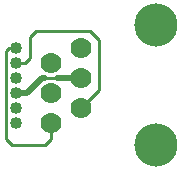
<source format=gbr>
G04 start of page 3 for group 1 idx 1 *
G04 Title: (unknown), solder *
G04 Creator: pcb 20110918 *
G04 CreationDate: Mon 25 Mar 2013 03:10:27 AM GMT UTC *
G04 For: railfan *
G04 Format: Gerber/RS-274X *
G04 PCB-Dimensions: 65000 63000 *
G04 PCB-Coordinate-Origin: lower left *
%MOIN*%
%FSLAX25Y25*%
%LNBOTTOM*%
%ADD26C,0.1280*%
%ADD25C,0.0350*%
%ADD24C,0.0240*%
%ADD23C,0.1440*%
%ADD22C,0.0700*%
%ADD21C,0.0400*%
%ADD20C,0.0100*%
%ADD19C,0.0200*%
G54D19*X10000Y29000D02*X6500D01*
G54D20*X3000Y43000D02*Y13500D01*
G54D19*X10000Y29000D02*X15000Y34000D01*
G54D20*X31000Y49500D02*X34000Y46500D01*
Y30000D01*
X28000Y24000D01*
X18000Y13500D02*Y19000D01*
X3000Y13500D02*X5000Y11500D01*
X16000D01*
X18000Y13500D01*
G54D19*X15000Y34000D02*X16000D01*
X28000D02*X20000D01*
G54D20*X16000D01*
X4000Y44000D02*X3000Y43000D01*
X6500Y44000D02*X4000D01*
X6500Y39000D02*X9500D01*
X11000Y40500D01*
Y47500D01*
X13000Y49500D01*
X31000D01*
G54D21*X6500Y29000D03*
Y24000D03*
Y19000D03*
G54D22*X18000D03*
G54D21*X6500Y44000D03*
Y39000D03*
Y34000D03*
G54D22*X28000Y24000D03*
G54D23*X53000Y11500D03*
G54D22*X18000Y29000D03*
X28000Y34000D03*
Y44000D03*
G54D23*X53000Y51500D03*
G54D22*X18000Y39000D03*
G54D24*G54D25*G54D24*G54D25*G54D26*G54D25*G54D26*G54D25*M02*

</source>
